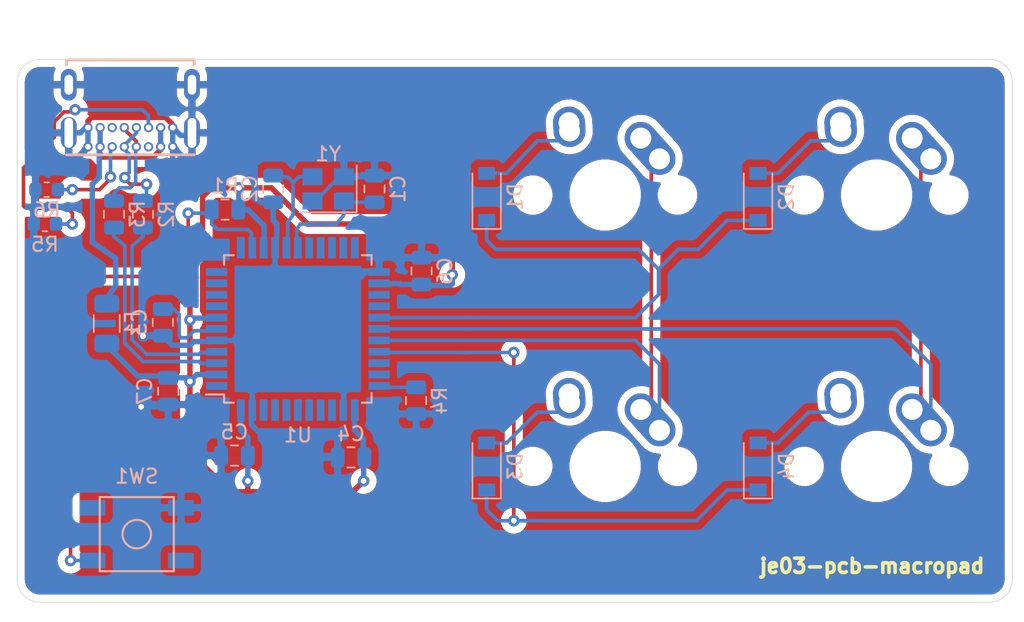
<source format=kicad_pcb>
(kicad_pcb (version 20171130) (host pcbnew "(5.1.6)-1")
  (layers (0 F.Cu signal) (31 B.Cu signal) (34 B.Paste user) (35 F.Paste user) (36 B.SilkS user) (37 F.SilkS user) (38 B.Mask user) (39 F.Mask user) (44 Edge.Cuts user))
  (net 0 "")
  (net 1 GND)
  (net 2 "Net-(C1-Pad1)")
  (net 3 "Net-(C2-Pad1)")
  (net 4 "Net-(C3-Pad1)")
  (net 5 +5V)
  (net 6 "Net-(D1-Pad2)")
  (net 7 ROW0)
  (net 8 "Net-(D2-Pad2)")
  (net 9 "Net-(D3-Pad2)")
  (net 10 ROW1)
  (net 11 "Net-(D4-Pad2)")
  (net 12 VCC)
  (net 13 COL0)
  (net 14 COL1)
  (net 15 "Net-(R1-Pad2)")
  (net 16 D+)
  (net 17 "Net-(R2-Pad1)")
  (net 18 D-)
  (net 19 "Net-(R3-Pad1)")
  (net 20 "Net-(R4-Pad2)")
  (net 21 "Net-(U1-Pad42)")
  (net 22 "Net-(U1-Pad41)")
  (net 23 "Net-(U1-Pad40)")
  (net 24 "Net-(U1-Pad39)")
  (net 25 "Net-(U1-Pad38)")
  (net 26 "Net-(U1-Pad37)")
  (net 27 "Net-(U1-Pad36)")
  (net 28 "Net-(U1-Pad32)")
  (net 29 "Net-(U1-Pad31)")
  (net 30 "Net-(U1-Pad26)")
  (net 31 "Net-(U1-Pad25)")
  (net 32 "Net-(U1-Pad22)")
  (net 33 "Net-(U1-Pad21)")
  (net 34 "Net-(U1-Pad20)")
  (net 35 "Net-(U1-Pad19)")
  (net 36 "Net-(U1-Pad18)")
  (net 37 "Net-(U1-Pad12)")
  (net 38 "Net-(U1-Pad11)")
  (net 39 "Net-(U1-Pad10)")
  (net 40 "Net-(U1-Pad9)")
  (net 41 "Net-(U1-Pad8)")
  (net 42 "Net-(U1-Pad1)")
  (net 43 "Net-(J1-PadB8)")
  (net 44 "Net-(J1-PadB5)")
  (net 45 "Net-(J1-PadA8)")
  (net 46 "Net-(J1-PadA5)")
  (module USB4085-GF-A_REVA:GCT_USB4085-GF-A_REVA (layer B.Cu) (at 63.507 81.488)
    (fp_text reference J1 (at -1.097425 6.515415) (layer B.SilkS) (effects (font (size 1.00015 1.00015) (thickness 0.015)) (justify mirror)))
    (fp_text value USB4085-GF-A_REVA)
    (pad P4 thru_hole oval (at -4.325 -0.335) (size 1.108 2.216) (drill oval 0.6 1.4) (layers *.Cu *.Mask) (net 1 GND))
    (pad P3 thru_hole oval (at 4.325 -0.335) (size 1.108 2.216) (drill oval 0.6 1.4) (layers *.Cu *.Mask) (net 1 GND))
    (pad P2 thru_hole oval (at 4.325 3.045) (size 1.108 2.216) (drill oval 0.6 2.1) (layers *.Cu *.Mask) (net 1 GND))
    (pad P1 thru_hole oval (at -4.325 3.045) (size 1.108 2.216) (drill oval 0.6 2.1) (layers *.Cu *.Mask) (net 1 GND))
    (pad B12 thru_hole circle (at -2.975 2.675) (size 0.65 0.65) (drill 0.4) (layers *.Cu *.Mask) (net 1 GND))
    (pad B9 thru_hole circle (at -2.125 2.675) (size 0.65 0.65) (drill 0.4) (layers *.Cu *.Mask) (net 12 VCC))
    (pad B8 thru_hole circle (at -1.275 2.675) (size 0.65 0.65) (drill 0.4) (layers *.Cu *.Mask) (net 43 "Net-(J1-PadB8)"))
    (pad B7 thru_hole circle (at -0.425 2.675) (size 0.65 0.65) (drill 0.4) (layers *.Cu *.Mask) (net 18 D-))
    (pad B6 thru_hole circle (at 0.425 2.675) (size 0.65 0.65) (drill 0.4) (layers *.Cu *.Mask) (net 16 D+))
    (pad B5 thru_hole circle (at 1.275 2.675) (size 0.65 0.65) (drill 0.4) (layers *.Cu *.Mask) (net 44 "Net-(J1-PadB5)"))
    (pad B4 thru_hole circle (at 2.125 2.675) (size 0.65 0.65) (drill 0.4) (layers *.Cu *.Mask) (net 12 VCC))
    (pad B1 thru_hole circle (at 2.975 2.675) (size 0.65 0.65) (drill 0.4) (layers *.Cu *.Mask) (net 1 GND))
    (pad A12 thru_hole circle (at 2.975 4.025) (size 0.65 0.65) (drill 0.4) (layers *.Cu *.Mask) (net 1 GND))
    (pad A9 thru_hole circle (at 2.125 4.025) (size 0.65 0.65) (drill 0.4) (layers *.Cu *.Mask) (net 12 VCC))
    (pad A8 thru_hole circle (at 1.275 4.025) (size 0.65 0.65) (drill 0.4) (layers *.Cu *.Mask) (net 45 "Net-(J1-PadA8)"))
    (pad A7 thru_hole circle (at 0.425 4.025) (size 0.65 0.65) (drill 0.4) (layers *.Cu *.Mask) (net 18 D-))
    (pad A6 thru_hole circle (at -0.425 4.025) (size 0.65 0.65) (drill 0.4) (layers *.Cu *.Mask) (net 16 D+))
    (pad A5 thru_hole circle (at -1.275 4.025) (size 0.65 0.65) (drill 0.4) (layers *.Cu *.Mask) (net 46 "Net-(J1-PadA5)"))
    (pad A4 thru_hole circle (at -2.125 4.025) (size 0.65 0.65) (drill 0.4) (layers *.Cu *.Mask) (net 12 VCC))
    (pad A1 thru_hole circle (at -2.975 4.025) (size 0.65 0.65) (drill 0.4) (layers *.Cu *.Mask) (net 1 GND))
  )
  (module MX_Alps_Hybrid:MX-1U-NoLED (layer B.Cu) (at 96.8375 107.95 180)
    (fp_text reference MX3)
    (fp_text value MX-NoLED)
    (pad "" np_thru_hole circle (at 5.08 0 131.9004) (size 1.75 1.75) (drill 1.75) (layers *.Cu *.Mask))
    (pad "" np_thru_hole circle (at -5.08 0 131.9004) (size 1.75 1.75) (drill 1.75) (layers *.Cu *.Mask))
    (pad 1 thru_hole circle (at -2.5 4 180) (size 2.25 2.25) (drill 1.47) (layers *.Cu F.Mask) (net 13 COL0))
    (pad "" np_thru_hole circle (at 0 0 180) (size 3.9878 3.9878) (drill 3.9878) (layers *.Cu *.Mask))
    (pad 1 thru_hole oval (at -3.81 2.54 131.9004) (size 4.211556 2.25) (drill 1.47 (offset 0.980778 0)) (layers *.Cu F.Mask) (net 13 COL0))
    (pad 2 thru_hole circle (at 2.54 5.08 180) (size 2.25 2.25) (drill 1.47) (layers *.Cu F.Mask) (net 9 "Net-(D3-Pad2)"))
    (pad 2 thru_hole oval (at 2.5 4.5 93.9452) (size 2.831378 2.25) (drill 1.47 (offset 0.290689 0)) (layers *.Cu F.Mask) (net 9 "Net-(D3-Pad2)"))
  )
  (module Resistor_SMD:R_0603_1608Metric (layer B.Cu) (at 57.6325 88.519)
    (fp_text reference R6 (at 0 1.43) (layer B.SilkS) (effects (justify mirror)))
    (fp_text value 5.1k)
    (pad 2 smd roundrect (at 0.7875 0) (size 0.875 0.95) (layers B.Cu B.Paste B.Mask) (net 46 "Net-(J1-PadA5)"))
    (pad 1 smd roundrect (at -0.7875 0) (size 0.875 0.95) (layers B.Cu B.Paste B.Mask) (net 1 GND))
  )
  (module Resistor_SMD:R_0603_1608Metric (layer B.Cu) (at 57.5055 90.932)
    (fp_text reference R5 (at 0 1.43) (layer B.SilkS) (effects (justify mirror)))
    (fp_text value 5.1k)
    (pad 2 smd roundrect (at 0.7875 0) (size 0.875 0.95) (layers B.Cu B.Paste B.Mask) (net 44 "Net-(J1-PadB5)"))
    (pad 1 smd roundrect (at -0.7875 0) (size 0.875 0.95) (layers B.Cu B.Paste B.Mask) (net 1 GND))
  )
  (module Crystal:Crystal_SMD_3225-4Pin_3.2x2.5mm (layer B.Cu) (at 77.39525 88.46275 180)
    (fp_text reference Y1 (at 0 2.45) (layer B.SilkS) (effects (justify mirror)))
    (fp_text value 16MHz)
    (pad 4 smd rect (at -1.1 0.85 180) (size 1.4 1.2) (layers B.Cu B.Paste B.Mask) (net 1 GND))
    (pad 3 smd rect (at 1.1 0.85 180) (size 1.4 1.2) (layers B.Cu B.Paste B.Mask) (net 3 "Net-(C2-Pad1)"))
    (pad 2 smd rect (at 1.1 -0.85 180) (size 1.4 1.2) (layers B.Cu B.Paste B.Mask) (net 1 GND))
    (pad 1 smd rect (at -1.1 -0.85 180) (size 1.4 1.2) (layers B.Cu B.Paste B.Mask) (net 2 "Net-(C1-Pad1)"))
  )
  (module Package_QFP:TQFP-44_10x10mm_P0.8mm (layer B.Cu) (at 75.2625 98.298)
    (fp_text reference U1 (at 0 7.45) (layer B.SilkS) (effects (justify mirror)))
    (fp_text value ATmega32U4-AU)
    (pad 44 smd rect (at -4 5.7 270) (size 1.5 0.55) (layers B.Cu B.Paste B.Mask) (net 5 +5V))
    (pad 43 smd rect (at -3.2 5.7 270) (size 1.5 0.55) (layers B.Cu B.Paste B.Mask) (net 1 GND))
    (pad 42 smd rect (at -2.4 5.7 270) (size 1.5 0.55) (layers B.Cu B.Paste B.Mask) (net 21 "Net-(U1-Pad42)"))
    (pad 41 smd rect (at -1.6 5.7 270) (size 1.5 0.55) (layers B.Cu B.Paste B.Mask) (net 22 "Net-(U1-Pad41)"))
    (pad 40 smd rect (at -0.8 5.7 270) (size 1.5 0.55) (layers B.Cu B.Paste B.Mask) (net 23 "Net-(U1-Pad40)"))
    (pad 39 smd rect (at 0 5.7 270) (size 1.5 0.55) (layers B.Cu B.Paste B.Mask) (net 24 "Net-(U1-Pad39)"))
    (pad 38 smd rect (at 0.8 5.7 270) (size 1.5 0.55) (layers B.Cu B.Paste B.Mask) (net 25 "Net-(U1-Pad38)"))
    (pad 37 smd rect (at 1.6 5.7 270) (size 1.5 0.55) (layers B.Cu B.Paste B.Mask) (net 26 "Net-(U1-Pad37)"))
    (pad 36 smd rect (at 2.4 5.7 270) (size 1.5 0.55) (layers B.Cu B.Paste B.Mask) (net 27 "Net-(U1-Pad36)"))
    (pad 35 smd rect (at 3.2 5.7 270) (size 1.5 0.55) (layers B.Cu B.Paste B.Mask) (net 1 GND))
    (pad 34 smd rect (at 4 5.7 270) (size 1.5 0.55) (layers B.Cu B.Paste B.Mask) (net 5 +5V))
    (pad 33 smd rect (at 5.7 4) (size 1.5 0.55) (layers B.Cu B.Paste B.Mask) (net 20 "Net-(R4-Pad2)"))
    (pad 32 smd rect (at 5.7 3.2) (size 1.5 0.55) (layers B.Cu B.Paste B.Mask) (net 28 "Net-(U1-Pad32)"))
    (pad 31 smd rect (at 5.7 2.4) (size 1.5 0.55) (layers B.Cu B.Paste B.Mask) (net 29 "Net-(U1-Pad31)"))
    (pad 30 smd rect (at 5.7 1.6) (size 1.5 0.55) (layers B.Cu B.Paste B.Mask) (net 10 ROW1))
    (pad 29 smd rect (at 5.7 0.8) (size 1.5 0.55) (layers B.Cu B.Paste B.Mask) (net 13 COL0))
    (pad 28 smd rect (at 5.7 0) (size 1.5 0.55) (layers B.Cu B.Paste B.Mask) (net 14 COL1))
    (pad 27 smd rect (at 5.7 -0.8) (size 1.5 0.55) (layers B.Cu B.Paste B.Mask) (net 7 ROW0))
    (pad 26 smd rect (at 5.7 -1.6) (size 1.5 0.55) (layers B.Cu B.Paste B.Mask) (net 30 "Net-(U1-Pad26)"))
    (pad 25 smd rect (at 5.7 -2.4) (size 1.5 0.55) (layers B.Cu B.Paste B.Mask) (net 31 "Net-(U1-Pad25)"))
    (pad 24 smd rect (at 5.7 -3.2) (size 1.5 0.55) (layers B.Cu B.Paste B.Mask) (net 5 +5V))
    (pad 23 smd rect (at 5.7 -4) (size 1.5 0.55) (layers B.Cu B.Paste B.Mask) (net 1 GND))
    (pad 22 smd rect (at 4 -5.7 270) (size 1.5 0.55) (layers B.Cu B.Paste B.Mask) (net 32 "Net-(U1-Pad22)"))
    (pad 21 smd rect (at 3.2 -5.7 270) (size 1.5 0.55) (layers B.Cu B.Paste B.Mask) (net 33 "Net-(U1-Pad21)"))
    (pad 20 smd rect (at 2.4 -5.7 270) (size 1.5 0.55) (layers B.Cu B.Paste B.Mask) (net 34 "Net-(U1-Pad20)"))
    (pad 19 smd rect (at 1.6 -5.7 270) (size 1.5 0.55) (layers B.Cu B.Paste B.Mask) (net 35 "Net-(U1-Pad19)"))
    (pad 18 smd rect (at 0.8 -5.7 270) (size 1.5 0.55) (layers B.Cu B.Paste B.Mask) (net 36 "Net-(U1-Pad18)"))
    (pad 17 smd rect (at 0 -5.7 270) (size 1.5 0.55) (layers B.Cu B.Paste B.Mask) (net 2 "Net-(C1-Pad1)"))
    (pad 16 smd rect (at -0.8 -5.7 270) (size 1.5 0.55) (layers B.Cu B.Paste B.Mask) (net 3 "Net-(C2-Pad1)"))
    (pad 15 smd rect (at -1.6 -5.7 270) (size 1.5 0.55) (layers B.Cu B.Paste B.Mask) (net 1 GND))
    (pad 14 smd rect (at -2.4 -5.7 270) (size 1.5 0.55) (layers B.Cu B.Paste B.Mask) (net 5 +5V))
    (pad 13 smd rect (at -3.2 -5.7 270) (size 1.5 0.55) (layers B.Cu B.Paste B.Mask) (net 15 "Net-(R1-Pad2)"))
    (pad 12 smd rect (at -4 -5.7 270) (size 1.5 0.55) (layers B.Cu B.Paste B.Mask) (net 37 "Net-(U1-Pad12)"))
    (pad 11 smd rect (at -5.7 -4) (size 1.5 0.55) (layers B.Cu B.Paste B.Mask) (net 38 "Net-(U1-Pad11)"))
    (pad 10 smd rect (at -5.7 -3.2) (size 1.5 0.55) (layers B.Cu B.Paste B.Mask) (net 39 "Net-(U1-Pad10)"))
    (pad 9 smd rect (at -5.7 -2.4) (size 1.5 0.55) (layers B.Cu B.Paste B.Mask) (net 40 "Net-(U1-Pad9)"))
    (pad 8 smd rect (at -5.7 -1.6) (size 1.5 0.55) (layers B.Cu B.Paste B.Mask) (net 41 "Net-(U1-Pad8)"))
    (pad 7 smd rect (at -5.7 -0.8) (size 1.5 0.55) (layers B.Cu B.Paste B.Mask) (net 5 +5V))
    (pad 6 smd rect (at -5.7 0) (size 1.5 0.55) (layers B.Cu B.Paste B.Mask) (net 4 "Net-(C3-Pad1)"))
    (pad 5 smd rect (at -5.7 0.8) (size 1.5 0.55) (layers B.Cu B.Paste B.Mask) (net 1 GND))
    (pad 4 smd rect (at -5.7 1.6) (size 1.5 0.55) (layers B.Cu B.Paste B.Mask) (net 17 "Net-(R2-Pad1)"))
    (pad 3 smd rect (at -5.7 2.4) (size 1.5 0.55) (layers B.Cu B.Paste B.Mask) (net 19 "Net-(R3-Pad1)"))
    (pad 2 smd rect (at -5.7 3.2) (size 1.5 0.55) (layers B.Cu B.Paste B.Mask) (net 5 +5V))
    (pad 1 smd rect (at -5.7 4) (size 1.5 0.55) (layers B.Cu B.Paste B.Mask) (net 42 "Net-(U1-Pad1)"))
  )
  (module random-keyboard-parts:SKQG-1155865 (layer B.Cu) (at 63.956 112.704)
    (fp_text reference SW1 (at 0 -4.064) (layer B.SilkS) (effects (justify mirror)))
    (fp_text value SW_Push)
    (pad 4 smd rect (at -3.1 -1.85) (size 1.8 1.1) (layers B.Cu B.Paste B.Mask))
    (pad 3 smd rect (at 3.1 1.85) (size 1.8 1.1) (layers B.Cu B.Paste B.Mask))
    (pad 2 smd rect (at -3.1 1.85) (size 1.8 1.1) (layers B.Cu B.Paste B.Mask) (net 15 "Net-(R1-Pad2)"))
    (pad 1 smd rect (at 3.1 -1.85) (size 1.8 1.1) (layers B.Cu B.Paste B.Mask) (net 1 GND))
  )
  (module Resistor_SMD:R_0805_2012Metric (layer B.Cu) (at 83.566 103.3295 90)
    (fp_text reference R4 (at 0 1.65 270) (layer B.SilkS) (effects (justify mirror)))
    (fp_text value 10k)
    (pad 2 smd roundrect (at 0.9375 0 90) (size 0.975 1.4) (layers B.Cu B.Paste B.Mask) (net 20 "Net-(R4-Pad2)"))
    (pad 1 smd roundrect (at -0.9375 0 90) (size 0.975 1.4) (layers B.Cu B.Paste B.Mask) (net 1 GND))
  )
  (module Resistor_SMD:R_0805_2012Metric (layer B.Cu) (at 62.357 90.2485 90)
    (fp_text reference R3 (at 0 1.65 90) (layer B.SilkS) (effects (justify mirror)))
    (fp_text value "22 ohm")
    (pad 2 smd roundrect (at 0.9375 0 90) (size 0.975 1.4) (layers B.Cu B.Paste B.Mask) (net 18 D-))
    (pad 1 smd roundrect (at -0.9375 0 90) (size 0.975 1.4) (layers B.Cu B.Paste B.Mask) (net 19 "Net-(R3-Pad1)"))
  )
  (module Resistor_SMD:R_0805_2012Metric (layer B.Cu) (at 64.389 90.2485 90)
    (fp_text reference R2 (at 0 1.65 90) (layer B.SilkS) (effects (justify mirror)))
    (fp_text value "22 ohm")
    (pad 2 smd roundrect (at 0.9375 0 90) (size 0.975 1.4) (layers B.Cu B.Paste B.Mask) (net 16 D+))
    (pad 1 smd roundrect (at -0.9375 0 90) (size 0.975 1.4) (layers B.Cu B.Paste B.Mask) (net 17 "Net-(R2-Pad1)"))
  )
  (module Resistor_SMD:R_0805_2012Metric (layer B.Cu) (at 70.1525 89.916 180)
    (fp_text reference R1 (at 0 1.65) (layer B.SilkS) (effects (justify mirror)))
    (fp_text value 10k)
    (pad 2 smd roundrect (at 0.9375 0 180) (size 0.975 1.4) (layers B.Cu B.Paste B.Mask) (net 15 "Net-(R1-Pad2)"))
    (pad 1 smd roundrect (at -0.9375 0 180) (size 0.975 1.4) (layers B.Cu B.Paste B.Mask) (net 5 +5V))
  )
  (module MX_Alps_Hybrid:MX-1U-NoLED (layer B.Cu) (at 115.8875 107.95 180)
    (fp_text reference MX4)
    (fp_text value MX-NoLED)
    (pad "" np_thru_hole circle (at 5.08 0 131.9004) (size 1.75 1.75) (drill 1.75) (layers *.Cu *.Mask))
    (pad "" np_thru_hole circle (at -5.08 0 131.9004) (size 1.75 1.75) (drill 1.75) (layers *.Cu *.Mask))
    (pad 1 thru_hole circle (at -2.5 4 180) (size 2.25 2.25) (drill 1.47) (layers *.Cu F.Mask) (net 14 COL1))
    (pad "" np_thru_hole circle (at 0 0 180) (size 3.9878 3.9878) (drill 3.9878) (layers *.Cu *.Mask))
    (pad 1 thru_hole oval (at -3.81 2.54 131.9004) (size 4.211556 2.25) (drill 1.47 (offset 0.980778 0)) (layers *.Cu F.Mask) (net 14 COL1))
    (pad 2 thru_hole circle (at 2.54 5.08 180) (size 2.25 2.25) (drill 1.47) (layers *.Cu F.Mask) (net 11 "Net-(D4-Pad2)"))
    (pad 2 thru_hole oval (at 2.5 4.5 93.9452) (size 2.831378 2.25) (drill 1.47 (offset 0.290689 0)) (layers *.Cu F.Mask) (net 11 "Net-(D4-Pad2)"))
  )
  (module MX_Alps_Hybrid:MX-1U-NoLED (layer B.Cu) (at 115.8875 88.9 180)
    (fp_text reference MX2)
    (fp_text value MX-NoLED)
    (pad "" np_thru_hole circle (at 5.08 0 131.9004) (size 1.75 1.75) (drill 1.75) (layers *.Cu *.Mask))
    (pad "" np_thru_hole circle (at -5.08 0 131.9004) (size 1.75 1.75) (drill 1.75) (layers *.Cu *.Mask))
    (pad 1 thru_hole circle (at -2.5 4 180) (size 2.25 2.25) (drill 1.47) (layers *.Cu F.Mask) (net 14 COL1))
    (pad "" np_thru_hole circle (at 0 0 180) (size 3.9878 3.9878) (drill 3.9878) (layers *.Cu *.Mask))
    (pad 1 thru_hole oval (at -3.81 2.54 131.9004) (size 4.211556 2.25) (drill 1.47 (offset 0.980778 0)) (layers *.Cu F.Mask) (net 14 COL1))
    (pad 2 thru_hole circle (at 2.54 5.08 180) (size 2.25 2.25) (drill 1.47) (layers *.Cu F.Mask) (net 8 "Net-(D2-Pad2)"))
    (pad 2 thru_hole oval (at 2.5 4.5 93.9452) (size 2.831378 2.25) (drill 1.47 (offset 0.290689 0)) (layers *.Cu F.Mask) (net 8 "Net-(D2-Pad2)"))
  )
  (module MX_Alps_Hybrid:MX-1U-NoLED (layer B.Cu) (at 96.8375 88.9 180)
    (fp_text reference MX1)
    (fp_text value MX-NoLED)
    (pad "" np_thru_hole circle (at 5.08 0 131.9004) (size 1.75 1.75) (drill 1.75) (layers *.Cu *.Mask))
    (pad "" np_thru_hole circle (at -5.08 0 131.9004) (size 1.75 1.75) (drill 1.75) (layers *.Cu *.Mask))
    (pad 1 thru_hole circle (at -2.5 4 180) (size 2.25 2.25) (drill 1.47) (layers *.Cu F.Mask) (net 13 COL0))
    (pad "" np_thru_hole circle (at 0 0 180) (size 3.9878 3.9878) (drill 3.9878) (layers *.Cu *.Mask))
    (pad 1 thru_hole oval (at -3.81 2.54 131.9004) (size 4.211556 2.25) (drill 1.47 (offset 0.980778 0)) (layers *.Cu F.Mask) (net 13 COL0))
    (pad 2 thru_hole circle (at 2.54 5.08 180) (size 2.25 2.25) (drill 1.47) (layers *.Cu F.Mask) (net 6 "Net-(D1-Pad2)"))
    (pad 2 thru_hole oval (at 2.5 4.5 93.9452) (size 2.831378 2.25) (drill 1.47 (offset 0.290689 0)) (layers *.Cu F.Mask) (net 6 "Net-(D1-Pad2)"))
  )
  (module Fuse:Fuse_1206_3216Metric (layer B.Cu) (at 61.849 97.92 90)
    (fp_text reference F1 (at 0 1.82 90) (layer B.SilkS) (effects (justify mirror)))
    (fp_text value 500mA)
    (pad 2 smd roundrect (at 1.4 0 90) (size 1.25 1.75) (layers B.Cu B.Paste B.Mask) (roundrect_rratio 0.2) (net 12 VCC))
    (pad 1 smd roundrect (at -1.4 0 90) (size 1.25 1.75) (layers B.Cu B.Paste B.Mask) (roundrect_rratio 0.2) (net 5 +5V))
  )
  (module Diode_SMD:D_SOD-123 (layer B.Cu) (at 107.569 107.95 90)
    (fp_text reference D4 (at 0 2 90) (layer B.SilkS) (effects (justify mirror)))
    (fp_text value SOD-123)
    (pad 2 smd rect (at 1.65 0 90) (size 0.9 1.2) (layers B.Cu B.Paste B.Mask) (net 11 "Net-(D4-Pad2)"))
    (pad 1 smd rect (at -1.65 0 90) (size 0.9 1.2) (layers B.Cu B.Paste B.Mask) (net 10 ROW1))
  )
  (module Diode_SMD:D_SOD-123 (layer B.Cu) (at 88.519 107.951 90)
    (fp_text reference D3 (at 0 2 90) (layer B.SilkS) (effects (justify mirror)))
    (fp_text value SOD-123)
    (pad 2 smd rect (at 1.65 0 90) (size 0.9 1.2) (layers B.Cu B.Paste B.Mask) (net 9 "Net-(D3-Pad2)"))
    (pad 1 smd rect (at -1.65 0 90) (size 0.9 1.2) (layers B.Cu B.Paste B.Mask) (net 10 ROW1))
  )
  (module Diode_SMD:D_SOD-123 (layer B.Cu) (at 107.569 89.028 90)
    (fp_text reference D2 (at 0 2 90) (layer B.SilkS) (effects (justify mirror)))
    (fp_text value SOD-123)
    (pad 2 smd rect (at 1.65 0 90) (size 0.9 1.2) (layers B.Cu B.Paste B.Mask) (net 8 "Net-(D2-Pad2)"))
    (pad 1 smd rect (at -1.65 0 90) (size 0.9 1.2) (layers B.Cu B.Paste B.Mask) (net 7 ROW0))
  )
  (module Diode_SMD:D_SOD-123 (layer B.Cu) (at 88.519 89.028 90)
    (fp_text reference D1 (at 0 2 270) (layer B.SilkS) (effects (justify mirror)))
    (fp_text value SOD-123)
    (pad 2 smd rect (at 1.65 0 90) (size 0.9 1.2) (layers B.Cu B.Paste B.Mask) (net 6 "Net-(D1-Pad2)"))
    (pad 1 smd rect (at -1.65 0 90) (size 0.9 1.2) (layers B.Cu B.Paste B.Mask) (net 7 ROW0))
  )
  (module Capacitor_SMD:C_0805_2012Metric (layer B.Cu) (at 66.167 102.6645 270)
    (fp_text reference C7 (at 0 1.65 90) (layer B.SilkS) (effects (justify mirror)))
    (fp_text value 10uF)
    (pad 2 smd roundrect (at 0.9375 0 270) (size 0.975 1.4) (layers B.Cu B.Paste B.Mask) (net 1 GND))
    (pad 1 smd roundrect (at -0.9375 0 270) (size 0.975 1.4) (layers B.Cu B.Paste B.Mask) (net 5 +5V))
  )
  (module Capacitor_SMD:C_0805_2012Metric (layer B.Cu) (at 83.947 94.234 90)
    (fp_text reference C6 (at 0 1.65 90) (layer B.SilkS) (effects (justify mirror)))
    (fp_text value 0.1uF)
    (pad 2 smd roundrect (at 0.9375 0 90) (size 0.975 1.4) (layers B.Cu B.Paste B.Mask) (net 1 GND))
    (pad 1 smd roundrect (at -0.9375 0 90) (size 0.975 1.4) (layers B.Cu B.Paste B.Mask) (net 5 +5V))
  )
  (module Capacitor_SMD:C_0805_2012Metric (layer B.Cu) (at 70.8175 107.188 180)
    (fp_text reference C5 (at 0 1.65) (layer B.SilkS) (effects (justify mirror)))
    (fp_text value 0.1uF)
    (pad 2 smd roundrect (at 0.9375 0 180) (size 0.975 1.4) (layers B.Cu B.Paste B.Mask) (net 1 GND))
    (pad 1 smd roundrect (at -0.9375 0 180) (size 0.975 1.4) (layers B.Cu B.Paste B.Mask) (net 5 +5V))
  )
  (module Capacitor_SMD:C_0805_2012Metric (layer B.Cu) (at 78.994 107.315 180)
    (fp_text reference C4 (at 0 1.65 180) (layer B.SilkS) (effects (justify mirror)))
    (fp_text value 0.1uF)
    (pad 2 smd roundrect (at 0.9375 0 180) (size 0.975 1.4) (layers B.Cu B.Paste B.Mask) (net 1 GND))
    (pad 1 smd roundrect (at -0.9375 0 180) (size 0.975 1.4) (layers B.Cu B.Paste B.Mask) (net 5 +5V))
  )
  (module Capacitor_SMD:C_0805_2012Metric (layer B.Cu) (at 65.786 97.8385 270)
    (fp_text reference C3 (at 0 1.65 90) (layer B.SilkS) (effects (justify mirror)))
    (fp_text value 1uF)
    (pad 2 smd roundrect (at 0.9375 0 270) (size 0.975 1.4) (layers B.Cu B.Paste B.Mask) (net 1 GND))
    (pad 1 smd roundrect (at -0.9375 0 270) (size 0.975 1.4) (layers B.Cu B.Paste B.Mask) (net 4 "Net-(C3-Pad1)"))
  )
  (module Capacitor_SMD:C_0805_2012Metric (layer B.Cu) (at 73.533 88.4705 270)
    (fp_text reference C2 (at 0 1.65 90) (layer B.SilkS) (effects (justify mirror)))
    (fp_text value 22pF)
    (pad 2 smd roundrect (at 0.9375 0 270) (size 0.975 1.4) (layers B.Cu B.Paste B.Mask) (net 1 GND))
    (pad 1 smd roundrect (at -0.9375 0 270) (size 0.975 1.4) (layers B.Cu B.Paste B.Mask) (net 3 "Net-(C2-Pad1)"))
  )
  (module Capacitor_SMD:C_0805_2012Metric (layer B.Cu) (at 80.645 88.4705 90)
    (fp_text reference C1 (at 0 1.65 90) (layer B.SilkS) (effects (justify mirror)))
    (fp_text value 22pF)
    (pad 2 smd roundrect (at 0.9375 0 90) (size 0.975 1.4) (layers B.Cu B.Paste B.Mask) (net 1 GND))
    (pad 1 smd roundrect (at -0.9375 0 90) (size 0.975 1.4) (layers B.Cu B.Paste B.Mask) (net 2 "Net-(C1-Pad1)"))
  )
  (gr_text je03-pcb-macropad (at 115.57 114.935) (layer F.SilkS) (effects (font (size 1 1) (thickness 0.25))))
  (gr_line (start 123.825 117.475) (end 57.15 117.475) (layer Edge.Cuts) (width 0.05))
  (gr_line (start 57.15 79.375) (end 123.825 79.375) (layer Edge.Cuts) (width 0.05))
  (gr_line (start 55.5625 115.8875) (end 55.5625 80.9625) (layer Edge.Cuts) (width 0.05))
  (gr_arc (start 57.15 115.8875) (end 55.5625 115.8875) (angle -90) (layer Edge.Cuts) (width 0.05))
  (gr_arc (start 57.15 80.9625) (end 57.15 79.375) (angle -90) (layer Edge.Cuts) (width 0.05))
  (gr_line (start 125.4125 115.8875) (end 125.4125 80.9625) (layer Edge.Cuts) (width 0.05))
  (gr_arc (start 123.825 115.8875) (end 123.825 117.475) (angle -90) (layer Edge.Cuts) (width 0.05))
  (gr_arc (start 123.825 80.9625) (end 125.4125 80.9625) (angle -90) (layer Edge.Cuts) (width 0.05))
  (segment (start 72.263 86.614) (end 72.517 86.36) (width 0.381) (layer B.Cu) (net 1))
  (segment (start 72.517 86.36) (end 78.232 86.36) (width 0.381) (layer B.Cu) (net 1))
  (segment (start 78.232 86.36) (end 78.486 86.614) (width 0.381) (layer B.Cu) (net 1))
  (segment (start 78.486 86.614) (end 78.486 87.249) (width 0.381) (layer B.Cu) (net 1))
  (segment (start 73.533 89.408) (end 72.644 89.408) (width 0.381) (layer B.Cu) (net 1))
  (segment (start 72.644 89.408) (end 72.263 89.027) (width 0.381) (layer B.Cu) (net 1))
  (segment (start 72.263 89.027) (end 72.263 86.741) (width 0.381) (layer B.Cu) (net 1))
  (segment (start 72.263 86.741) (end 72.263 86.614) (width 0.381) (layer B.Cu) (net 1))
  (segment (start 76.492348 89.31275) (end 78.175098 87.63) (width 0.254) (layer B.Cu) (net 1))
  (segment (start 76.29525 89.31275) (end 76.492348 89.31275) (width 0.381) (layer B.Cu) (net 1))
  (segment (start 73.533 89.408) (end 73.533 90.424) (width 0.381) (layer B.Cu) (net 1))
  (segment (start 70.6935 99.098) (end 73.66 96.1315) (width 0.381) (layer B.Cu) (net 1))
  (segment (start 69.5625 99.098) (end 70.6935 99.098) (width 0.381) (layer B.Cu) (net 1))
  (segment (start 73.66 96.1315) (end 73.66 93.218) (width 0.381) (layer B.Cu) (net 1))
  (segment (start 80.9625 94.298) (end 80.9625 94.2975) (width 0.381) (layer B.Cu) (net 1))
  (segment (start 80.035098 94.2975) (end 78.486 95.846598) (width 0.381) (layer B.Cu) (net 1))
  (segment (start 80.9625 94.2975) (end 80.035098 94.2975) (width 0.381) (layer B.Cu) (net 1))
  (segment (start 72.0625 103.998) (end 72.0625 97.8435) (width 0.381) (layer B.Cu) (net 1))
  (segment (start 78.486 99.314) (end 78.486 103.505) (width 0.381) (layer B.Cu) (net 1))
  (segment (start 78.486 99.314) (end 78.486 99.441) (width 0.381) (layer B.Cu) (net 1))
  (segment (start 78.486 95.846598) (end 78.486 99.314) (width 0.381) (layer B.Cu) (net 1))
  (segment (start 78.486 99.441) (end 76.073 99.441) (width 0.381) (layer B.Cu) (net 1))
  (segment (start 76.073 99.441) (end 73.279 96.647) (width 0.381) (layer B.Cu) (net 1))
  (segment (start 65.786 98.776) (end 66.451 99.441) (width 0.381) (layer B.Cu) (net 1))
  (segment (start 66.451 99.441) (end 67.691 99.441) (width 0.381) (layer B.Cu) (net 1))
  (segment (start 67.691 99.441) (end 67.945 99.187) (width 0.381) (layer B.Cu) (net 1))
  (segment (start 67.945 99.187) (end 69.215 99.187) (width 0.381) (layer B.Cu) (net 1))
  (segment (start 65.786 98.776) (end 64.419 98.776) (width 0.381) (layer B.Cu) (net 1))
  (via (at 64.395067 98.799933) (size 0.8) (drill 0.4) (layers F.Cu B.Cu) (net 1))
  (segment (start 64.419 98.776) (end 64.395067 98.799933) (width 0.381) (layer B.Cu) (net 1))
  (segment (start 81.471 94.298) (end 81.535 94.234) (width 0.381) (layer B.Cu) (net 1))
  (segment (start 80.9625 94.298) (end 81.471 94.298) (width 0.381) (layer B.Cu) (net 1))
  (segment (start 82.55 93.599) (end 82.55 93.218) (width 0.381) (layer B.Cu) (net 1))
  (segment (start 82.55 93.218) (end 83.693 93.218) (width 0.381) (layer B.Cu) (net 1))
  (segment (start 67.056 110.854) (end 72.153 110.854) (width 0.381) (layer B.Cu) (net 1))
  (segment (start 72.153 110.854) (end 73.152 109.855) (width 0.381) (layer B.Cu) (net 1))
  (segment (start 73.152 109.855) (end 73.152 106.299) (width 0.381) (layer B.Cu) (net 1))
  (segment (start 73.152 106.299) (end 73.152 106.172) (width 0.381) (layer B.Cu) (net 1))
  (segment (start 73.152 106.172) (end 72.263 105.283) (width 0.381) (layer B.Cu) (net 1))
  (segment (start 72.263 105.283) (end 72.009 105.029) (width 0.381) (layer B.Cu) (net 1))
  (segment (start 72.009 105.029) (end 72.009 104.521) (width 0.381) (layer B.Cu) (net 1))
  (segment (start 69.88 107.188) (end 69.88 109.758) (width 0.381) (layer B.Cu) (net 1))
  (segment (start 69.88 109.758) (end 70.993 110.871) (width 0.381) (layer B.Cu) (net 1))
  (segment (start 77.978 107.188) (end 73.66 107.188) (width 0.381) (layer B.Cu) (net 1))
  (segment (start 73.66 107.188) (end 73.152 106.68) (width 0.381) (layer B.Cu) (net 1))
  (segment (start 73.787 108.585) (end 73.152 107.95) (width 0.381) (layer B.Cu) (net 1))
  (segment (start 75.438 110.49) (end 73.787 108.585) (width 0.381) (layer B.Cu) (net 1))
  (segment (start 83.566 104.267) (end 83.566 109.22) (width 0.381) (layer B.Cu) (net 1))
  (segment (start 82.169 110.49) (end 75.438 110.49) (width 0.381) (layer B.Cu) (net 1))
  (segment (start 83.566 109.22) (end 82.169 110.49) (width 0.381) (layer B.Cu) (net 1))
  (segment (start 78.232 86.36) (end 81.915 86.36) (width 0.381) (layer B.Cu) (net 1))
  (segment (start 80.645 87.533) (end 80.645 86.36) (width 0.381) (layer B.Cu) (net 1))
  (segment (start 81.915 86.36) (end 82.423 86.868) (width 0.381) (layer B.Cu) (net 1))
  (segment (start 82.423 86.868) (end 82.55 86.995) (width 0.381) (layer B.Cu) (net 1))
  (segment (start 82.55 86.995) (end 82.55 93.218) (width 0.381) (layer B.Cu) (net 1))
  (segment (start 65.786 87.503) (end 65.786 92.202) (width 0.381) (layer B.Cu) (net 1))
  (segment (start 65.786 92.837) (end 64.262 94.361) (width 0.381) (layer B.Cu) (net 1))
  (segment (start 65.786 92.202) (end 65.786 92.837) (width 0.381) (layer B.Cu) (net 1))
  (segment (start 64.262 94.361) (end 64.262 98.679) (width 0.381) (layer B.Cu) (net 1))
  (segment (start 56.718 90.932) (end 56.718 88.697) (width 0.381) (layer B.Cu) (net 1))
  (segment (start 60.532 85.513) (end 60.532 84.408) (width 0.381) (layer B.Cu) (net 1))
  (segment (start 66.482 84.163) (end 66.482 85.151) (width 0.381) (layer B.Cu) (net 1))
  (segment (start 65.786 87.503) (end 66.421 86.868) (width 0.381) (layer B.Cu) (net 1))
  (segment (start 66.482 85.513) (end 66.482 86.807) (width 0.381) (layer B.Cu) (net 1))
  (segment (start 60.787882 83.447499) (end 65.975441 83.447499) (width 0.381) (layer F.Cu) (net 1))
  (segment (start 60.532 84.163) (end 60.532 83.703381) (width 0.381) (layer F.Cu) (net 1))
  (segment (start 65.975441 83.447499) (end 66.421 83.893058) (width 0.381) (layer F.Cu) (net 1))
  (segment (start 60.532 83.703381) (end 60.787882 83.447499) (width 0.381) (layer F.Cu) (net 1))
  (segment (start 66.421 83.893058) (end 66.421 83.947) (width 0.381) (layer F.Cu) (net 1))
  (segment (start 59.182 84.533) (end 59.993 84.533) (width 0.381) (layer B.Cu) (net 1))
  (segment (start 59.993 84.533) (end 60.325 84.201) (width 0.381) (layer B.Cu) (net 1))
  (segment (start 66.482 84.163) (end 67.028 84.709) (width 0.381) (layer B.Cu) (net 1))
  (segment (start 67.028 84.709) (end 67.31 84.709) (width 0.381) (layer B.Cu) (net 1))
  (via (at 64.262 103.759) (size 0.8) (drill 0.4) (layers F.Cu B.Cu) (net 1))
  (segment (start 62.865 100.33) (end 64.395067 98.799933) (width 0.381) (layer F.Cu) (net 1))
  (segment (start 64.262 103.759) (end 62.865 102.362) (width 0.381) (layer F.Cu) (net 1))
  (segment (start 62.865 102.362) (end 62.865 100.33) (width 0.381) (layer F.Cu) (net 1))
  (segment (start 64.262 103.759) (end 66.167 103.759) (width 0.381) (layer B.Cu) (net 1))
  (segment (start 73.533 90.424) (end 73.533 90.678) (width 0.381) (layer B.Cu) (net 1))
  (segment (start 73.533 90.678) (end 73.787 90.932) (width 0.381) (layer B.Cu) (net 1))
  (segment (start 73.787 90.932) (end 73.787 91.948) (width 0.381) (layer B.Cu) (net 1))
  (segment (start 80.645 89.408) (end 78.613 89.408) (width 0.254) (layer B.Cu) (net 2))
  (segment (start 78.49525 89.29025) (end 78.49525 89.31275) (width 0.254) (layer B.Cu) (net 2))
  (segment (start 75.184 91.313) (end 75.438 90.932) (width 0.254) (layer B.Cu) (net 2))
  (segment (start 78.486 89.2995) (end 78.49525 89.29025) (width 0.254) (layer B.Cu) (net 2))
  (segment (start 75.438 90.932) (end 77.978 90.932) (width 0.254) (layer B.Cu) (net 2))
  (segment (start 75.184 92.075) (end 75.184 91.313) (width 0.254) (layer B.Cu) (net 2))
  (segment (start 77.978 90.932) (end 78.486 90.297) (width 0.254) (layer B.Cu) (net 2))
  (segment (start 78.486 90.297) (end 78.486 89.2995) (width 0.254) (layer B.Cu) (net 2))
  (segment (start 76.29525 87.61275) (end 75.34125 87.61275) (width 0.254) (layer B.Cu) (net 3))
  (segment (start 75.34125 87.61275) (end 74.93 88.024) (width 0.254) (layer B.Cu) (net 3))
  (segment (start 74.93 88.024) (end 74.93 88.011) (width 0.254) (layer B.Cu) (net 3))
  (segment (start 74.93 88.011) (end 74.549 87.63) (width 0.254) (layer B.Cu) (net 3))
  (segment (start 74.549 87.63) (end 74.041 87.63) (width 0.254) (layer B.Cu) (net 3))
  (segment (start 74.549 90.805) (end 74.549 91.567) (width 0.254) (layer B.Cu) (net 3))
  (segment (start 74.93 88.024) (end 74.93 90.297) (width 0.254) (layer B.Cu) (net 3))
  (segment (start 74.549 91.567) (end 74.549 92.075) (width 0.254) (layer B.Cu) (net 3))
  (segment (start 74.93 90.297) (end 74.549 90.805) (width 0.254) (layer B.Cu) (net 3))
  (segment (start 65.786 96.901) (end 66.548 96.901) (width 0.254) (layer B.Cu) (net 4))
  (segment (start 66.548 96.901) (end 66.929 97.282) (width 0.254) (layer B.Cu) (net 4))
  (segment (start 66.929 98.806) (end 67.04649 98.92349) (width 0.254) (layer B.Cu) (net 4))
  (segment (start 66.929 97.282) (end 66.929 98.806) (width 0.254) (layer B.Cu) (net 4))
  (segment (start 67.04649 98.92349) (end 67.437 98.92349) (width 0.254) (layer B.Cu) (net 4))
  (segment (start 67.476641 98.92349) (end 67.975131 98.425) (width 0.254) (layer B.Cu) (net 4))
  (segment (start 67.437 98.92349) (end 67.476641 98.92349) (width 0.254) (layer B.Cu) (net 4))
  (segment (start 67.975131 98.425) (end 69.088 98.425) (width 0.254) (layer B.Cu) (net 4))
  (segment (start 71.09 89.916) (end 71.755 89.916) (width 0.381) (layer B.Cu) (net 5))
  (segment (start 71.755 89.916) (end 72.898 91.059) (width 0.381) (layer B.Cu) (net 5))
  (segment (start 72.898 91.059) (end 72.898 92.075) (width 0.381) (layer B.Cu) (net 5))
  (segment (start 71.755 107.188) (end 71.755 105.918) (width 0.381) (layer B.Cu) (net 5))
  (segment (start 71.755 105.918) (end 71.247 105.41) (width 0.381) (layer B.Cu) (net 5))
  (segment (start 71.247 105.41) (end 71.247 104.521) (width 0.381) (layer B.Cu) (net 5))
  (segment (start 79.853 107.188) (end 79.853 106.015) (width 0.381) (layer B.Cu) (net 5))
  (segment (start 79.853 106.015) (end 79.756 105.918) (width 0.381) (layer B.Cu) (net 5))
  (segment (start 79.853 106.015) (end 79.248 105.41) (width 0.381) (layer B.Cu) (net 5))
  (segment (start 79.248 105.41) (end 79.248 104.521) (width 0.381) (layer B.Cu) (net 5))
  (segment (start 79.2625 103.998) (end 79.2625 103.7735) (width 0.381) (layer B.Cu) (net 5))
  (segment (start 69.5625 97.498) (end 70.066 97.498) (width 0.381) (layer B.Cu) (net 5))
  (segment (start 69.5625 101.498) (end 68.174 101.498) (width 0.381) (layer B.Cu) (net 5))
  (segment (start 68.174 101.498) (end 67.691 101.981) (width 0.381) (layer B.Cu) (net 5))
  (via (at 67.691 101.981) (size 0.8) (drill 0.4) (layers F.Cu B.Cu) (net 5))
  (segment (start 67.691 101.981) (end 67.691 106.934) (width 0.381) (layer F.Cu) (net 5))
  (segment (start 67.691 106.934) (end 70.485 109.728) (width 0.381) (layer F.Cu) (net 5))
  (segment (start 71.755 109.728) (end 71.755 109.093) (width 0.381) (layer F.Cu) (net 5))
  (segment (start 70.485 109.728) (end 71.755 109.728) (width 0.381) (layer F.Cu) (net 5))
  (via (at 71.755 108.966) (size 0.8) (drill 0.4) (layers F.Cu B.Cu) (net 5))
  (segment (start 71.755 109.093) (end 71.755 108.966) (width 0.381) (layer F.Cu) (net 5))
  (segment (start 71.755 108.966) (end 71.755 107.696) (width 0.381) (layer B.Cu) (net 5))
  (segment (start 71.755 109.728) (end 75.819 109.728) (width 0.381) (layer F.Cu) (net 5))
  (segment (start 79.121 109.728) (end 75.819 109.728) (width 0.381) (layer F.Cu) (net 5))
  (segment (start 79.883 108.966) (end 79.121 109.728) (width 0.381) (layer F.Cu) (net 5))
  (via (at 79.883 108.966) (size 0.8) (drill 0.4) (layers F.Cu B.Cu) (net 5))
  (segment (start 79.883 108.966) (end 79.883 107.823) (width 0.381) (layer B.Cu) (net 5))
  (segment (start 67.691 101.981) (end 67.691 97.663) (width 0.381) (layer F.Cu) (net 5))
  (via (at 67.691 97.663) (size 0.8) (drill 0.4) (layers F.Cu B.Cu) (net 5))
  (segment (start 67.691 97.663) (end 67.818 97.536) (width 0.381) (layer B.Cu) (net 5))
  (segment (start 67.818 97.536) (end 68.961 97.536) (width 0.381) (layer B.Cu) (net 5))
  (segment (start 67.691 97.663) (end 67.691 93.472) (width 0.381) (layer F.Cu) (net 5))
  (segment (start 67.691 93.472) (end 68.58 92.583) (width 0.381) (layer F.Cu) (net 5))
  (segment (start 68.58 92.583) (end 68.58 89.027) (width 0.381) (layer F.Cu) (net 5))
  (segment (start 68.58 89.027) (end 69.215 88.392) (width 0.381) (layer F.Cu) (net 5))
  (segment (start 69.215 88.392) (end 71.12 88.392) (width 0.381) (layer F.Cu) (net 5))
  (via (at 71.12 88.392) (size 0.8) (drill 0.4) (layers F.Cu B.Cu) (net 5))
  (segment (start 71.12 88.392) (end 71.12 89.535) (width 0.381) (layer B.Cu) (net 5))
  (segment (start 71.12 88.392) (end 73.406 88.392) (width 0.381) (layer F.Cu) (net 5))
  (segment (start 73.406 88.392) (end 75.946 90.932) (width 0.381) (layer F.Cu) (net 5))
  (segment (start 75.946 90.932) (end 82.296 90.932) (width 0.381) (layer F.Cu) (net 5))
  (segment (start 82.296 90.932) (end 85.09 90.932) (width 0.381) (layer F.Cu) (net 5))
  (segment (start 85.09 90.932) (end 86.106 91.948) (width 0.381) (layer F.Cu) (net 5))
  (via (at 86.106 94.488) (size 0.8) (drill 0.4) (layers F.Cu B.Cu) (net 5))
  (segment (start 86.106 91.948) (end 86.106 94.488) (width 0.381) (layer F.Cu) (net 5))
  (segment (start 86.106 94.488) (end 86.106 95.123) (width 0.381) (layer B.Cu) (net 5))
  (segment (start 86.106 95.123) (end 85.979 95.25) (width 0.381) (layer B.Cu) (net 5))
  (segment (start 85.979 95.25) (end 84.328 95.25) (width 0.381) (layer B.Cu) (net 5))
  (segment (start 83.947 95.1715) (end 82.4715 95.1715) (width 0.381) (layer B.Cu) (net 5))
  (segment (start 82.4715 95.1715) (end 82.423 95.123) (width 0.381) (layer B.Cu) (net 5))
  (segment (start 82.423 95.123) (end 81.534 95.123) (width 0.381) (layer B.Cu) (net 5))
  (segment (start 61.849 99.32) (end 61.849 99.441) (width 0.381) (layer B.Cu) (net 5))
  (segment (start 61.849 99.441) (end 64.008 101.6) (width 0.381) (layer B.Cu) (net 5))
  (segment (start 64.008 101.6) (end 65.913 101.6) (width 0.381) (layer B.Cu) (net 5))
  (segment (start 66.167 101.727) (end 67.437 101.727) (width 0.381) (layer B.Cu) (net 5))
  (segment (start 67.437 101.727) (end 67.691 101.981) (width 0.381) (layer B.Cu) (net 5))
  (segment (start 92.075 85.09) (end 93.726 85.09) (width 0.254) (layer B.Cu) (net 6))
  (segment (start 88.519 87.378) (end 89.916 87.376) (width 0.254) (layer B.Cu) (net 6))
  (segment (start 89.916 87.376) (end 92.075 85.09) (width 0.254) (layer B.Cu) (net 6))
  (segment (start 107.569 90.678) (end 105.41 90.678) (width 0.254) (layer B.Cu) (net 7))
  (segment (start 105.41 90.678) (end 103.378 92.71) (width 0.254) (layer B.Cu) (net 7))
  (segment (start 89.408 92.71) (end 89.154 92.71) (width 0.254) (layer B.Cu) (net 7))
  (segment (start 89.154 92.71) (end 88.519 92.075) (width 0.254) (layer B.Cu) (net 7))
  (segment (start 88.519 92.075) (end 88.519 90.932) (width 0.254) (layer B.Cu) (net 7))
  (segment (start 80.9625 97.498) (end 87.16 97.498) (width 0.254) (layer B.Cu) (net 7))
  (segment (start 87.16 97.498) (end 88.303 97.498) (width 0.254) (layer B.Cu) (net 7))
  (segment (start 88.303 97.498) (end 98.971 97.498) (width 0.254) (layer B.Cu) (net 7))
  (segment (start 98.971 97.498) (end 100.584 95.885) (width 0.254) (layer B.Cu) (net 7))
  (segment (start 100.584 95.885) (end 100.584 94.107) (width 0.254) (layer B.Cu) (net 7))
  (segment (start 103.378 92.71) (end 102.235 92.71) (width 0.254) (layer B.Cu) (net 7))
  (segment (start 98.552 92.71) (end 89.408 92.71) (width 0.254) (layer B.Cu) (net 7))
  (segment (start 102.235 92.71) (end 101.981 92.71) (width 0.254) (layer B.Cu) (net 7))
  (segment (start 101.981 92.71) (end 100.584 94.107) (width 0.254) (layer B.Cu) (net 7))
  (segment (start 98.552 92.71) (end 99.187 92.71) (width 0.254) (layer B.Cu) (net 7))
  (segment (start 99.187 92.71) (end 100.584 94.107) (width 0.254) (layer B.Cu) (net 7))
  (segment (start 107.569 87.378) (end 108.964 87.378) (width 0.254) (layer B.Cu) (net 8))
  (segment (start 108.964 87.378) (end 111.252 85.09) (width 0.254) (layer B.Cu) (net 8))
  (segment (start 111.252 85.09) (end 112.522 85.09) (width 0.254) (layer B.Cu) (net 8))
  (segment (start 94.3375 103.95) (end 94.298 103.95) (width 0.254) (layer F.Cu) (net 9))
  (segment (start 94.298 103.95) (end 93.599 103.251) (width 0.254) (layer F.Cu) (net 9))
  (segment (start 88.519 106.301) (end 89.914 106.301) (width 0.254) (layer B.Cu) (net 9))
  (segment (start 89.914 106.301) (end 92.075 104.14) (width 0.254) (layer B.Cu) (net 9))
  (segment (start 92.075 104.14) (end 93.726 104.14) (width 0.254) (layer B.Cu) (net 9))
  (segment (start 80.9625 99.898) (end 81.102 99.898) (width 0.254) (layer B.Cu) (net 10))
  (segment (start 81.102 99.898) (end 81.153 99.949) (width 0.254) (layer B.Cu) (net 10))
  (segment (start 107.569 109.6) (end 105.41 109.601) (width 0.254) (layer B.Cu) (net 10))
  (segment (start 105.41 109.601) (end 103.251 111.76) (width 0.254) (layer B.Cu) (net 10))
  (segment (start 103.251 111.76) (end 93.345 111.76) (width 0.254) (layer B.Cu) (net 10))
  (segment (start 89.281 111.76) (end 88.519 110.998) (width 0.254) (layer B.Cu) (net 10))
  (segment (start 88.519 110.998) (end 88.519 109.728) (width 0.254) (layer B.Cu) (net 10))
  (segment (start 81.153 99.949) (end 87.122 99.949) (width 0.254) (layer B.Cu) (net 10))
  (via (at 90.424 111.76) (size 0.8) (drill 0.4) (layers F.Cu B.Cu) (net 10))
  (segment (start 92.075 111.76) (end 90.424 111.76) (width 0.254) (layer B.Cu) (net 10))
  (segment (start 92.075 111.76) (end 89.281 111.76) (width 0.254) (layer B.Cu) (net 10))
  (segment (start 93.345 111.76) (end 92.075 111.76) (width 0.254) (layer B.Cu) (net 10))
  (segment (start 90.424 111.76) (end 90.424 99.949) (width 0.254) (layer F.Cu) (net 10))
  (via (at 90.424 99.949) (size 0.8) (drill 0.4) (layers F.Cu B.Cu) (net 10))
  (segment (start 90.424 99.949) (end 86.868 99.949) (width 0.254) (layer B.Cu) (net 10))
  (segment (start 113.3875 103.95) (end 113.3875 103.6085) (width 0.254) (layer F.Cu) (net 11))
  (segment (start 113.3875 103.95) (end 113.221 103.95) (width 0.254) (layer F.Cu) (net 11))
  (segment (start 113.221 103.95) (end 112.649 103.378) (width 0.254) (layer F.Cu) (net 11))
  (segment (start 107.569 106.3) (end 108.965 106.3) (width 0.254) (layer B.Cu) (net 11))
  (segment (start 108.965 106.3) (end 111.125 104.14) (width 0.254) (layer B.Cu) (net 11))
  (segment (start 111.125 104.14) (end 112.649 104.14) (width 0.254) (layer B.Cu) (net 11))
  (segment (start 65.632 85.513) (end 65.632 84.482) (width 0.381) (layer B.Cu) (net 12))
  (segment (start 61.382 85.513) (end 61.382 84.369) (width 0.381) (layer B.Cu) (net 12))
  (segment (start 61.637882 86.228501) (end 65.125441 86.228501) (width 0.381) (layer F.Cu) (net 12))
  (segment (start 65.125441 86.228501) (end 65.659 85.694942) (width 0.381) (layer F.Cu) (net 12))
  (segment (start 61.382 85.512) (end 61.341 85.471) (width 0.381) (layer F.Cu) (net 12))
  (segment (start 61.637882 86.228501) (end 61.590501 86.228501) (width 0.381) (layer F.Cu) (net 12))
  (segment (start 61.590501 86.228501) (end 61.341 85.979) (width 0.381) (layer F.Cu) (net 12))
  (segment (start 61.341 85.979) (end 61.341 85.471) (width 0.381) (layer F.Cu) (net 12))
  (segment (start 61.323215 85.615785) (end 61.341 85.598) (width 0.381) (layer B.Cu) (net 12))
  (segment (start 61.323215 87.647785) (end 61.323215 85.615785) (width 0.381) (layer B.Cu) (net 12))
  (segment (start 60.833 88.138) (end 61.323215 87.647785) (width 0.381) (layer B.Cu) (net 12))
  (segment (start 61.849 96.139) (end 62.484 95.25) (width 0.381) (layer B.Cu) (net 12))
  (segment (start 62.484 95.25) (end 62.484 93.345) (width 0.381) (layer B.Cu) (net 12))
  (segment (start 62.484 93.345) (end 60.833 92.202) (width 0.381) (layer B.Cu) (net 12))
  (segment (start 60.833 92.202) (end 60.833 88.138) (width 0.381) (layer B.Cu) (net 12))
  (segment (start 100.6475 86.36) (end 100.6475 86.5505) (width 0.254) (layer F.Cu) (net 13))
  (segment (start 100.6475 86.5505) (end 100.076 87.122) (width 0.254) (layer F.Cu) (net 13))
  (segment (start 100.076 87.122) (end 100.076 103.378) (width 0.254) (layer F.Cu) (net 13))
  (segment (start 80.9625 99.098) (end 87.084 99.098) (width 0.254) (layer B.Cu) (net 13))
  (segment (start 100.6475 105.41) (end 100.6475 101.1555) (width 0.254) (layer B.Cu) (net 13))
  (segment (start 100.6475 101.1555) (end 100.6475 100.7745) (width 0.254) (layer B.Cu) (net 13))
  (segment (start 100.6475 100.7745) (end 99.695 99.822) (width 0.254) (layer B.Cu) (net 13))
  (segment (start 87.084 99.098) (end 98.971 99.098) (width 0.254) (layer B.Cu) (net 13))
  (segment (start 98.971 99.098) (end 99.695 99.822) (width 0.254) (layer B.Cu) (net 13))
  (segment (start 80.9625 98.298) (end 81.153 98.298) (width 0.254) (layer B.Cu) (net 14))
  (segment (start 119.6975 86.36) (end 119.6975 86.4235) (width 0.254) (layer F.Cu) (net 14))
  (segment (start 119.6975 86.4235) (end 118.999 87.122) (width 0.254) (layer F.Cu) (net 14))
  (segment (start 118.999 87.122) (end 118.999 103.251) (width 0.254) (layer F.Cu) (net 14))
  (segment (start 81.153 98.298) (end 87.122 98.298) (width 0.254) (layer B.Cu) (net 14))
  (segment (start 119.6975 105.41) (end 119.6975 100.7745) (width 0.254) (layer B.Cu) (net 14))
  (segment (start 119.6975 100.7745) (end 117.348 98.425) (width 0.254) (layer B.Cu) (net 14))
  (segment (start 117.348 98.425) (end 117.221 98.298) (width 0.254) (layer B.Cu) (net 14))
  (segment (start 117.221 98.298) (end 87.122 98.298) (width 0.254) (layer B.Cu) (net 14))
  (segment (start 69.215 89.916) (end 69.215 90.932) (width 0.254) (layer B.Cu) (net 15))
  (segment (start 69.215 90.932) (end 69.596 91.313) (width 0.254) (layer B.Cu) (net 15))
  (segment (start 69.596 91.313) (end 71.755 91.313) (width 0.254) (layer B.Cu) (net 15))
  (segment (start 71.755 91.313) (end 72.009 91.567) (width 0.254) (layer B.Cu) (net 15))
  (segment (start 72.009 91.567) (end 72.009 92.202) (width 0.254) (layer B.Cu) (net 15))
  (segment (start 60.856 114.554) (end 59.309 114.554) (width 0.254) (layer B.Cu) (net 15))
  (via (at 59.309 114.554) (size 0.8) (drill 0.4) (layers F.Cu B.Cu) (net 15))
  (segment (start 59.309 114.554) (end 59.309 95.504) (width 0.254) (layer F.Cu) (net 15))
  (segment (start 59.309 95.504) (end 60.198 94.615) (width 0.254) (layer F.Cu) (net 15))
  (segment (start 60.198 94.615) (end 65.405 94.615) (width 0.254) (layer F.Cu) (net 15))
  (segment (start 65.405 94.615) (end 67.564 92.456) (width 0.254) (layer F.Cu) (net 15))
  (segment (start 67.564 92.456) (end 67.564 91.44) (width 0.254) (layer F.Cu) (net 15))
  (segment (start 67.564 91.44) (end 67.564 90.17) (width 0.254) (layer F.Cu) (net 15))
  (via (at 67.564 90.17) (size 0.8) (drill 0.4) (layers F.Cu B.Cu) (net 15))
  (segment (start 67.564 90.17) (end 68.834 90.17) (width 0.254) (layer B.Cu) (net 15))
  (segment (start 64.389 88.9) (end 64.389 89.281) (width 0.254) (layer B.Cu) (net 16))
  (segment (start 64.389 89.311) (end 64.389 89.027) (width 0.254) (layer B.Cu) (net 16))
  (segment (start 64.389 89.027) (end 64.389 88.9) (width 0.254) (layer B.Cu) (net 16))
  (segment (start 64.389 89.311) (end 64.389 89.281) (width 0.254) (layer B.Cu) (net 16))
  (segment (start 64.389 89.281) (end 64.643 89.027) (width 0.254) (layer B.Cu) (net 16))
  (segment (start 64.643 89.027) (end 64.643 88.138) (width 0.254) (layer B.Cu) (net 16))
  (via (at 64.643 88.138) (size 0.8) (drill 0.4) (layers F.Cu B.Cu) (net 16))
  (segment (start 64.643 88.138) (end 63.5 88.138) (width 0.254) (layer F.Cu) (net 16))
  (segment (start 63.5 88.138) (end 63.119 87.757) (width 0.254) (layer F.Cu) (net 16))
  (via (at 63.112933 87.665) (size 0.8) (drill 0.4) (layers F.Cu B.Cu) (net 16))
  (segment (start 63.119 87.757) (end 63.112933 87.750933) (width 0.254) (layer F.Cu) (net 16))
  (segment (start 63.112933 87.750933) (end 63.112933 87.665) (width 0.254) (layer F.Cu) (net 16))
  (segment (start 63.112933 87.636067) (end 63.42699 87.32201) (width 0.254) (layer B.Cu) (net 16))
  (segment (start 63.112933 87.665) (end 63.112933 87.636067) (width 0.254) (layer B.Cu) (net 16))
  (segment (start 63.42699 87.32201) (end 63.42699 86.03299) (width 0.254) (layer B.Cu) (net 16))
  (segment (start 63.42699 86.03299) (end 63.119 85.725) (width 0.254) (layer B.Cu) (net 16))
  (segment (start 63.932 84.548038) (end 63.119 85.361038) (width 0.254) (layer B.Cu) (net 16))
  (segment (start 63.932 84.163) (end 63.932 84.548038) (width 0.254) (layer B.Cu) (net 16))
  (segment (start 63.119 85.361038) (end 63.119 85.598) (width 0.254) (layer B.Cu) (net 16))
  (segment (start 64.389 91.186) (end 64.389 91.821) (width 0.254) (layer B.Cu) (net 17))
  (segment (start 63.627 99.06) (end 64.643 100.076) (width 0.254) (layer B.Cu) (net 17))
  (segment (start 63.627 92.456) (end 63.627 99.06) (width 0.254) (layer B.Cu) (net 17))
  (segment (start 64.389 91.821) (end 63.627 92.456) (width 0.254) (layer B.Cu) (net 17))
  (segment (start 67.691 100.076) (end 68.326 100.076) (width 0.254) (layer B.Cu) (net 17))
  (segment (start 67.691 100.076) (end 67.818 100.076) (width 0.254) (layer B.Cu) (net 17))
  (segment (start 64.643 100.076) (end 67.691 100.076) (width 0.254) (layer B.Cu) (net 17))
  (segment (start 68.326 100.076) (end 68.453 99.949) (width 0.254) (layer B.Cu) (net 17))
  (segment (start 68.453 99.949) (end 68.707 99.949) (width 0.254) (layer B.Cu) (net 17))
  (segment (start 68.707 99.949) (end 69.088 99.949) (width 0.254) (layer B.Cu) (net 17))
  (segment (start 62.357 89.311) (end 62.454 89.311) (width 0.254) (layer B.Cu) (net 18))
  (segment (start 62.454 89.311) (end 62.484 89.281) (width 0.254) (layer B.Cu) (net 18))
  (segment (start 62.357 89.311) (end 62.357 88.773) (width 0.254) (layer B.Cu) (net 18))
  (segment (start 62.357 88.773) (end 62.738 88.392) (width 0.254) (layer B.Cu) (net 18))
  (segment (start 62.738 88.392) (end 63.5 88.392) (width 0.254) (layer B.Cu) (net 18))
  (segment (start 63.5 88.392) (end 63.881 88.011) (width 0.254) (layer B.Cu) (net 18))
  (segment (start 63.881 88.011) (end 63.881 85.852) (width 0.254) (layer B.Cu) (net 18))
  (segment (start 63.881 85.852) (end 63.881 85.471) (width 0.254) (layer B.Cu) (net 18))
  (segment (start 63.932 85.127962) (end 63.119 84.314962) (width 0.254) (layer F.Cu) (net 18))
  (segment (start 63.932 85.513) (end 63.932 85.127962) (width 0.254) (layer F.Cu) (net 18))
  (segment (start 63.119 84.314962) (end 63.119 84.201) (width 0.254) (layer F.Cu) (net 18))
  (segment (start 67.691 100.584) (end 68.326 100.584) (width 0.254) (layer B.Cu) (net 19))
  (segment (start 67.691 100.584) (end 67.818 100.584) (width 0.254) (layer B.Cu) (net 19))
  (segment (start 68.326 100.584) (end 68.453 100.711) (width 0.254) (layer B.Cu) (net 19))
  (segment (start 68.453 100.711) (end 68.834 100.711) (width 0.254) (layer B.Cu) (net 19))
  (segment (start 63.119 99.314) (end 64.389 100.584) (width 0.254) (layer B.Cu) (net 19))
  (segment (start 64.389 100.584) (end 67.691 100.584) (width 0.254) (layer B.Cu) (net 19))
  (segment (start 63.119 92.456) (end 63.119 99.314) (width 0.254) (layer B.Cu) (net 19))
  (segment (start 62.357 91.186) (end 62.357 91.821) (width 0.254) (layer B.Cu) (net 19))
  (segment (start 62.357 91.821) (end 63.119 92.456) (width 0.254) (layer B.Cu) (net 19))
  (segment (start 83.566 102.392) (end 81.691 102.392) (width 0.254) (layer B.Cu) (net 20))
  (segment (start 58.293 90.932) (end 59.436 90.932) (width 0.254) (layer B.Cu) (net 44))
  (via (at 59.436 90.932) (size 0.8) (drill 0.4) (layers F.Cu B.Cu) (net 44))
  (segment (start 59.436 90.932) (end 59.436 90.17) (width 0.254) (layer F.Cu) (net 44))
  (segment (start 59.436 90.17) (end 59.055 89.789) (width 0.254) (layer F.Cu) (net 44))
  (segment (start 59.055 89.789) (end 56.134 89.789) (width 0.254) (layer F.Cu) (net 44))
  (segment (start 56.134 89.789) (end 56.007 89.662) (width 0.254) (layer F.Cu) (net 44))
  (segment (start 56.007 89.662) (end 56.007 86.995) (width 0.254) (layer F.Cu) (net 44))
  (segment (start 56.007 86.995) (end 58.166 84.836) (width 0.254) (layer F.Cu) (net 44))
  (segment (start 58.166 83.749064) (end 58.857064 83.058) (width 0.254) (layer F.Cu) (net 44))
  (segment (start 58.166 84.836) (end 58.166 83.749064) (width 0.254) (layer F.Cu) (net 44))
  (segment (start 58.857064 83.058) (end 59.563 83.058) (width 0.254) (layer F.Cu) (net 44))
  (via (at 59.623132 82.912641) (size 0.8) (drill 0.4) (layers F.Cu B.Cu) (net 44))
  (segment (start 59.563 83.058) (end 59.563 82.972773) (width 0.254) (layer F.Cu) (net 44))
  (segment (start 59.563 82.972773) (end 59.623132 82.912641) (width 0.254) (layer F.Cu) (net 44))
  (segment (start 59.623132 82.912641) (end 64.370641 82.912641) (width 0.254) (layer B.Cu) (net 44))
  (segment (start 64.370641 82.912641) (end 64.77 83.312) (width 0.254) (layer B.Cu) (net 44))
  (segment (start 64.77 83.312) (end 64.77 83.947) (width 0.254) (layer B.Cu) (net 44))
  (segment (start 58.42 88.519) (end 59.436 88.519) (width 0.254) (layer B.Cu) (net 46))
  (via (at 59.436 88.519) (size 0.8) (drill 0.4) (layers F.Cu B.Cu) (net 46))
  (segment (start 59.436 88.519) (end 61.341 88.519) (width 0.254) (layer F.Cu) (net 46))
  (segment (start 61.341 88.519) (end 62.23 87.63) (width 0.254) (layer F.Cu) (net 46))
  (via (at 62.113716 87.625391) (size 0.8) (drill 0.4) (layers F.Cu B.Cu) (net 46))
  (segment (start 62.23 87.63) (end 62.225391 87.625391) (width 0.254) (layer F.Cu) (net 46))
  (segment (start 62.225391 87.625391) (end 62.113716 87.625391) (width 0.254) (layer F.Cu) (net 46))
  (segment (start 62.113716 87.625391) (end 62.113716 85.735716) (width 0.254) (layer B.Cu) (net 46))
  (segment (start 62.113716 85.735716) (end 62.103 85.725) (width 0.254) (layer B.Cu) (net 46))
  (zone (net 1) (net_name GND) (layer F.Cu) (connect_pads (clearance 0.508)) (min_thickness 0.254) (fill yes (arc_segments 32) (thermal_gap 0.508) (thermal_bridge_width 0.508))
    (polygon (pts (xy 126.238 118.872) (xy 54.356 118.618) (xy 54.356 78.359) (xy 126.238 77.978)))
  )
  (zone (net 1) (net_name GND) (layer B.Cu) (connect_pads (clearance 0.508)) (min_thickness 0.254) (fill yes (arc_segments 32) (thermal_gap 0.508) (thermal_bridge_width 0.508))
    (polygon (pts (xy 125.476 117.602) (xy 55.245 117.602) (xy 55.245 79.375) (xy 125.476 79.375)))
    (polygon (pts (xy 73.025 90.043) (xy 73.025 91.313) (xy 74.549 91.313) (xy 74.549 90.043)))
  )
)
</source>
